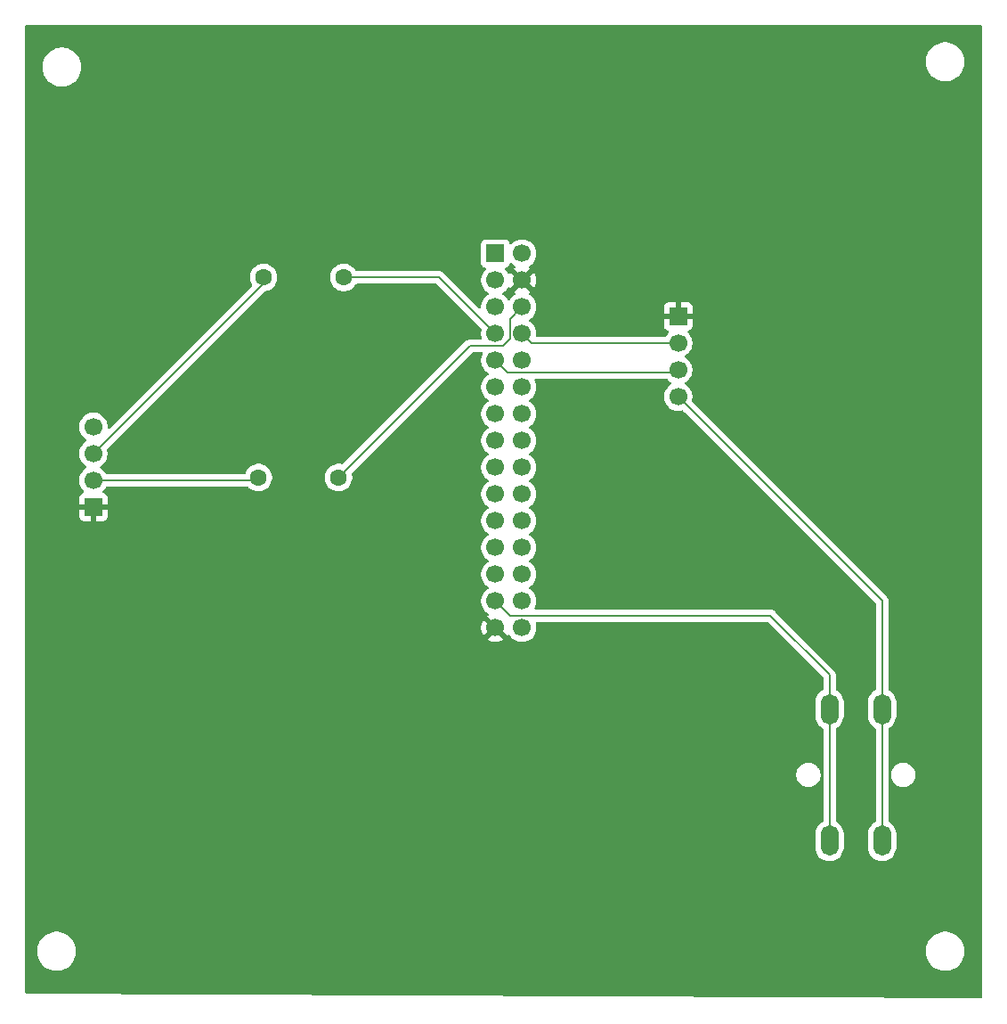
<source format=gtl>
G04 #@! TF.GenerationSoftware,KiCad,Pcbnew,9.0.2*
G04 #@! TF.CreationDate,2025-07-10T22:40:58-04:00*
G04 #@! TF.ProjectId,Temperature Sensor PCB,54656d70-6572-4617-9475-72652053656e,rev?*
G04 #@! TF.SameCoordinates,Original*
G04 #@! TF.FileFunction,Copper,L1,Top*
G04 #@! TF.FilePolarity,Positive*
%FSLAX46Y46*%
G04 Gerber Fmt 4.6, Leading zero omitted, Abs format (unit mm)*
G04 Created by KiCad (PCBNEW 9.0.2) date 2025-07-10 22:40:58*
%MOMM*%
%LPD*%
G01*
G04 APERTURE LIST*
G04 #@! TA.AperFunction,ComponentPad*
%ADD10R,1.700000X1.700000*%
G04 #@! TD*
G04 #@! TA.AperFunction,ComponentPad*
%ADD11C,1.700000*%
G04 #@! TD*
G04 #@! TA.AperFunction,ComponentPad*
%ADD12C,1.600000*%
G04 #@! TD*
G04 #@! TA.AperFunction,ComponentPad*
%ADD13O,1.700000X2.900000*%
G04 #@! TD*
G04 #@! TA.AperFunction,Conductor*
%ADD14C,0.200000*%
G04 #@! TD*
G04 APERTURE END LIST*
D10*
X97115000Y-95690000D03*
D11*
X97115000Y-98230000D03*
X97115000Y-100770000D03*
X97115000Y-103310000D03*
D10*
X79725000Y-89720000D03*
D11*
X82265000Y-89720000D03*
X79725000Y-92260000D03*
X82265000Y-92260000D03*
X79725000Y-94800000D03*
X82265000Y-94800000D03*
X79725000Y-97340000D03*
X82265000Y-97340000D03*
X79725000Y-99880000D03*
X82265000Y-99880000D03*
X79725000Y-102420000D03*
X82265000Y-102420000D03*
X79725000Y-104960000D03*
X82265000Y-104960000D03*
X79725000Y-107500000D03*
X82265000Y-107500000D03*
X79725000Y-110040000D03*
X82265000Y-110040000D03*
X79725000Y-112580000D03*
X82265000Y-112580000D03*
X79725000Y-115120000D03*
X82265000Y-115120000D03*
X79725000Y-117660000D03*
X82265000Y-117660000D03*
X79725000Y-120200000D03*
X82265000Y-120200000D03*
X79725000Y-122740000D03*
X82265000Y-122740000D03*
X79725000Y-125280000D03*
X82265000Y-125280000D03*
D12*
X57190000Y-111000000D03*
X64810000Y-111000000D03*
D10*
X41500000Y-113810000D03*
D11*
X41500000Y-111270000D03*
X41500000Y-108730000D03*
X41500000Y-106190000D03*
D13*
X111500000Y-145500000D03*
X111500000Y-133000000D03*
X116500000Y-145500000D03*
X116500000Y-133000000D03*
D12*
X57690000Y-92000000D03*
X65310000Y-92000000D03*
D14*
X82265000Y-97340000D02*
X83155000Y-98230000D01*
X83155000Y-98230000D02*
X97115000Y-98230000D01*
X77310000Y-98500000D02*
X80430760Y-98500000D01*
X81114000Y-97816760D02*
X81114000Y-95951000D01*
X81114000Y-95951000D02*
X82265000Y-94800000D01*
X80430760Y-98500000D02*
X81114000Y-97816760D01*
X64810000Y-111000000D02*
X77310000Y-98500000D01*
X68255000Y-113810000D02*
X79725000Y-125280000D01*
X85695000Y-95690000D02*
X97115000Y-95690000D01*
X41500000Y-113810000D02*
X68255000Y-113810000D01*
X82265000Y-92260000D02*
X85695000Y-95690000D01*
X80876000Y-101031000D02*
X96854000Y-101031000D01*
X79725000Y-99880000D02*
X80876000Y-101031000D01*
X96854000Y-101031000D02*
X97115000Y-100770000D01*
X65310000Y-92000000D02*
X74385000Y-92000000D01*
X74385000Y-92000000D02*
X79725000Y-97340000D01*
X79725000Y-122740000D02*
X81114000Y-124129000D01*
X111500000Y-129750000D02*
X111500000Y-133000000D01*
X111500000Y-133000000D02*
X111500000Y-145500000D01*
X81114000Y-124129000D02*
X105879000Y-124129000D01*
X105879000Y-124129000D02*
X111500000Y-129750000D01*
X41500000Y-111270000D02*
X56920000Y-111270000D01*
X56920000Y-111270000D02*
X57190000Y-111000000D01*
X57690000Y-92540000D02*
X57690000Y-92000000D01*
X41500000Y-108730000D02*
X57690000Y-92540000D01*
X116500000Y-133000000D02*
X116500000Y-145500000D01*
X97115000Y-103310000D02*
X116500000Y-122695000D01*
X116500000Y-122695000D02*
X116500000Y-133000000D01*
G04 #@! TA.AperFunction,Conductor*
G36*
X81799075Y-92452993D02*
G01*
X81864901Y-92567007D01*
X81957993Y-92660099D01*
X82072007Y-92725925D01*
X82135590Y-92742962D01*
X81503282Y-93375269D01*
X81503282Y-93375270D01*
X81557452Y-93414626D01*
X81557451Y-93414626D01*
X81566495Y-93419234D01*
X81617292Y-93467208D01*
X81634087Y-93535029D01*
X81611550Y-93601164D01*
X81566499Y-93640202D01*
X81557182Y-93644949D01*
X81385213Y-93769890D01*
X81234890Y-93920213D01*
X81109949Y-94092182D01*
X81105484Y-94100946D01*
X81057509Y-94151742D01*
X80989688Y-94168536D01*
X80923553Y-94145998D01*
X80884516Y-94100946D01*
X80880050Y-94092182D01*
X80755109Y-93920213D01*
X80604786Y-93769890D01*
X80432820Y-93644951D01*
X80432115Y-93644591D01*
X80424054Y-93640485D01*
X80373259Y-93592512D01*
X80356463Y-93524692D01*
X80378999Y-93458556D01*
X80424054Y-93419515D01*
X80432816Y-93415051D01*
X80547745Y-93331551D01*
X80604786Y-93290109D01*
X80604788Y-93290106D01*
X80604792Y-93290104D01*
X80755104Y-93139792D01*
X80755106Y-93139788D01*
X80755109Y-93139786D01*
X80840890Y-93021717D01*
X80880051Y-92967816D01*
X80884793Y-92958508D01*
X80932763Y-92907711D01*
X81000583Y-92890911D01*
X81066719Y-92913445D01*
X81105763Y-92958500D01*
X81110373Y-92967547D01*
X81149728Y-93021716D01*
X81782037Y-92389408D01*
X81799075Y-92452993D01*
G37*
G04 #@! TD.AperFunction*
G04 #@! TA.AperFunction,Conductor*
G36*
X81243418Y-90615417D02*
G01*
X81271673Y-90636569D01*
X81385213Y-90750109D01*
X81557179Y-90875048D01*
X81557181Y-90875049D01*
X81557184Y-90875051D01*
X81566493Y-90879794D01*
X81617290Y-90927766D01*
X81634087Y-90995587D01*
X81611552Y-91061722D01*
X81566505Y-91100760D01*
X81557446Y-91105376D01*
X81557440Y-91105380D01*
X81503282Y-91144727D01*
X81503282Y-91144728D01*
X82135591Y-91777037D01*
X82072007Y-91794075D01*
X81957993Y-91859901D01*
X81864901Y-91952993D01*
X81799075Y-92067007D01*
X81782037Y-92130591D01*
X81149728Y-91498282D01*
X81149727Y-91498282D01*
X81110380Y-91552440D01*
X81110376Y-91552446D01*
X81105760Y-91561505D01*
X81057781Y-91612297D01*
X80989959Y-91629087D01*
X80923826Y-91606543D01*
X80884794Y-91561493D01*
X80880051Y-91552184D01*
X80880049Y-91552181D01*
X80880048Y-91552179D01*
X80755109Y-91380213D01*
X80641569Y-91266673D01*
X80608084Y-91205350D01*
X80613068Y-91135658D01*
X80654940Y-91079725D01*
X80685915Y-91062810D01*
X80817331Y-91013796D01*
X80932546Y-90927546D01*
X81018796Y-90812331D01*
X81067810Y-90680916D01*
X81109681Y-90624984D01*
X81175145Y-90600566D01*
X81243418Y-90615417D01*
G37*
G04 #@! TD.AperFunction*
G04 #@! TA.AperFunction,Conductor*
G36*
X125942539Y-68020185D02*
G01*
X125988294Y-68072989D01*
X125999500Y-68124500D01*
X125999500Y-160375314D01*
X125979815Y-160442353D01*
X125927011Y-160488108D01*
X125874819Y-160499312D01*
X35123819Y-160000679D01*
X35056888Y-159980627D01*
X35011424Y-159927572D01*
X35000500Y-159876681D01*
X35000500Y-155878711D01*
X36149500Y-155878711D01*
X36149500Y-156121288D01*
X36181161Y-156361785D01*
X36243947Y-156596104D01*
X36336773Y-156820205D01*
X36336776Y-156820212D01*
X36458064Y-157030289D01*
X36458066Y-157030292D01*
X36458067Y-157030293D01*
X36605733Y-157222736D01*
X36605739Y-157222743D01*
X36777256Y-157394260D01*
X36777262Y-157394265D01*
X36969711Y-157541936D01*
X37179788Y-157663224D01*
X37403900Y-157756054D01*
X37638211Y-157818838D01*
X37818586Y-157842584D01*
X37878711Y-157850500D01*
X37878712Y-157850500D01*
X38121289Y-157850500D01*
X38169388Y-157844167D01*
X38361789Y-157818838D01*
X38596100Y-157756054D01*
X38820212Y-157663224D01*
X39030289Y-157541936D01*
X39222738Y-157394265D01*
X39394265Y-157222738D01*
X39541936Y-157030289D01*
X39663224Y-156820212D01*
X39756054Y-156596100D01*
X39818838Y-156361789D01*
X39850500Y-156121288D01*
X39850500Y-155878712D01*
X39850500Y-155878711D01*
X120649500Y-155878711D01*
X120649500Y-156121288D01*
X120681161Y-156361785D01*
X120743947Y-156596104D01*
X120836773Y-156820205D01*
X120836776Y-156820212D01*
X120958064Y-157030289D01*
X120958066Y-157030292D01*
X120958067Y-157030293D01*
X121105733Y-157222736D01*
X121105739Y-157222743D01*
X121277256Y-157394260D01*
X121277262Y-157394265D01*
X121469711Y-157541936D01*
X121679788Y-157663224D01*
X121903900Y-157756054D01*
X122138211Y-157818838D01*
X122318586Y-157842584D01*
X122378711Y-157850500D01*
X122378712Y-157850500D01*
X122621289Y-157850500D01*
X122669388Y-157844167D01*
X122861789Y-157818838D01*
X123096100Y-157756054D01*
X123320212Y-157663224D01*
X123530289Y-157541936D01*
X123722738Y-157394265D01*
X123894265Y-157222738D01*
X124041936Y-157030289D01*
X124163224Y-156820212D01*
X124256054Y-156596100D01*
X124318838Y-156361789D01*
X124350500Y-156121288D01*
X124350500Y-155878712D01*
X124318838Y-155638211D01*
X124256054Y-155403900D01*
X124163224Y-155179788D01*
X124041936Y-154969711D01*
X123894265Y-154777262D01*
X123894260Y-154777256D01*
X123722743Y-154605739D01*
X123722736Y-154605733D01*
X123530293Y-154458067D01*
X123530292Y-154458066D01*
X123530289Y-154458064D01*
X123320212Y-154336776D01*
X123320205Y-154336773D01*
X123096104Y-154243947D01*
X122861785Y-154181161D01*
X122621289Y-154149500D01*
X122621288Y-154149500D01*
X122378712Y-154149500D01*
X122378711Y-154149500D01*
X122138214Y-154181161D01*
X121903895Y-154243947D01*
X121679794Y-154336773D01*
X121679785Y-154336777D01*
X121469706Y-154458067D01*
X121277263Y-154605733D01*
X121277256Y-154605739D01*
X121105739Y-154777256D01*
X121105733Y-154777263D01*
X120958067Y-154969706D01*
X120836777Y-155179785D01*
X120836773Y-155179794D01*
X120743947Y-155403895D01*
X120681161Y-155638214D01*
X120649500Y-155878711D01*
X39850500Y-155878711D01*
X39818838Y-155638211D01*
X39756054Y-155403900D01*
X39663224Y-155179788D01*
X39541936Y-154969711D01*
X39394265Y-154777262D01*
X39394260Y-154777256D01*
X39222743Y-154605739D01*
X39222736Y-154605733D01*
X39030293Y-154458067D01*
X39030292Y-154458066D01*
X39030289Y-154458064D01*
X38820212Y-154336776D01*
X38820205Y-154336773D01*
X38596104Y-154243947D01*
X38361785Y-154181161D01*
X38121289Y-154149500D01*
X38121288Y-154149500D01*
X37878712Y-154149500D01*
X37878711Y-154149500D01*
X37638214Y-154181161D01*
X37403895Y-154243947D01*
X37179794Y-154336773D01*
X37179785Y-154336777D01*
X36969706Y-154458067D01*
X36777263Y-154605733D01*
X36777256Y-154605739D01*
X36605739Y-154777256D01*
X36605733Y-154777263D01*
X36458067Y-154969706D01*
X36336777Y-155179785D01*
X36336773Y-155179794D01*
X36243947Y-155403895D01*
X36181161Y-155638214D01*
X36149500Y-155878711D01*
X35000500Y-155878711D01*
X35000500Y-139159448D01*
X108349500Y-139159448D01*
X108349500Y-139340551D01*
X108377829Y-139519410D01*
X108433787Y-139691636D01*
X108433788Y-139691639D01*
X108516006Y-139852997D01*
X108622441Y-139999494D01*
X108622445Y-139999499D01*
X108750500Y-140127554D01*
X108750505Y-140127558D01*
X108878287Y-140220396D01*
X108897006Y-140233996D01*
X109002484Y-140287740D01*
X109058360Y-140316211D01*
X109058363Y-140316212D01*
X109144476Y-140344191D01*
X109230591Y-140372171D01*
X109313429Y-140385291D01*
X109409449Y-140400500D01*
X109409454Y-140400500D01*
X109590551Y-140400500D01*
X109677259Y-140386765D01*
X109769409Y-140372171D01*
X109941639Y-140316211D01*
X110102994Y-140233996D01*
X110249501Y-140127553D01*
X110377553Y-139999501D01*
X110483996Y-139852994D01*
X110566211Y-139691639D01*
X110622171Y-139519409D01*
X110636765Y-139427259D01*
X110650500Y-139340551D01*
X110650500Y-139159448D01*
X110634019Y-139055397D01*
X110622171Y-138980591D01*
X110566211Y-138808361D01*
X110566211Y-138808360D01*
X110537740Y-138752484D01*
X110483996Y-138647006D01*
X110470396Y-138628287D01*
X110377558Y-138500505D01*
X110377554Y-138500500D01*
X110249499Y-138372445D01*
X110249494Y-138372441D01*
X110102997Y-138266006D01*
X110102996Y-138266005D01*
X110102994Y-138266004D01*
X110051300Y-138239664D01*
X109941639Y-138183788D01*
X109941636Y-138183787D01*
X109769410Y-138127829D01*
X109590551Y-138099500D01*
X109590546Y-138099500D01*
X109409454Y-138099500D01*
X109409449Y-138099500D01*
X109230589Y-138127829D01*
X109058363Y-138183787D01*
X109058360Y-138183788D01*
X108897002Y-138266006D01*
X108750505Y-138372441D01*
X108750500Y-138372445D01*
X108622445Y-138500500D01*
X108622441Y-138500505D01*
X108516006Y-138647002D01*
X108433788Y-138808360D01*
X108433787Y-138808363D01*
X108377829Y-138980589D01*
X108349500Y-139159448D01*
X35000500Y-139159448D01*
X35000500Y-106083713D01*
X40149500Y-106083713D01*
X40149500Y-106296287D01*
X40182754Y-106506243D01*
X40219785Y-106620213D01*
X40248444Y-106708414D01*
X40344951Y-106897820D01*
X40469890Y-107069786D01*
X40620213Y-107220109D01*
X40792182Y-107345050D01*
X40800946Y-107349516D01*
X40851742Y-107397491D01*
X40868536Y-107465312D01*
X40845998Y-107531447D01*
X40800946Y-107570484D01*
X40792182Y-107574949D01*
X40620213Y-107699890D01*
X40469890Y-107850213D01*
X40344951Y-108022179D01*
X40248444Y-108211585D01*
X40182753Y-108413760D01*
X40149500Y-108623713D01*
X40149500Y-108836287D01*
X40182754Y-109046243D01*
X40219785Y-109160213D01*
X40248444Y-109248414D01*
X40344951Y-109437820D01*
X40469890Y-109609786D01*
X40620213Y-109760109D01*
X40792182Y-109885050D01*
X40800946Y-109889516D01*
X40851742Y-109937491D01*
X40868536Y-110005312D01*
X40845998Y-110071447D01*
X40800946Y-110110484D01*
X40792182Y-110114949D01*
X40620213Y-110239890D01*
X40469890Y-110390213D01*
X40344951Y-110562179D01*
X40248444Y-110751585D01*
X40182753Y-110953760D01*
X40159219Y-111102351D01*
X40149500Y-111163713D01*
X40149500Y-111376287D01*
X40182754Y-111586243D01*
X40219785Y-111700213D01*
X40248444Y-111788414D01*
X40344951Y-111977820D01*
X40469890Y-112149786D01*
X40583818Y-112263714D01*
X40617303Y-112325037D01*
X40612319Y-112394729D01*
X40570447Y-112450662D01*
X40539471Y-112467577D01*
X40407912Y-112516646D01*
X40407906Y-112516649D01*
X40292812Y-112602809D01*
X40292809Y-112602812D01*
X40206649Y-112717906D01*
X40206645Y-112717913D01*
X40156403Y-112852620D01*
X40156401Y-112852627D01*
X40150000Y-112912155D01*
X40150000Y-113560000D01*
X41066988Y-113560000D01*
X41034075Y-113617007D01*
X41000000Y-113744174D01*
X41000000Y-113875826D01*
X41034075Y-114002993D01*
X41066988Y-114060000D01*
X40150000Y-114060000D01*
X40150000Y-114707844D01*
X40156401Y-114767372D01*
X40156403Y-114767379D01*
X40206645Y-114902086D01*
X40206649Y-114902093D01*
X40292809Y-115017187D01*
X40292812Y-115017190D01*
X40407906Y-115103350D01*
X40407913Y-115103354D01*
X40542620Y-115153596D01*
X40542627Y-115153598D01*
X40602155Y-115159999D01*
X40602172Y-115160000D01*
X41250000Y-115160000D01*
X41250000Y-114243012D01*
X41307007Y-114275925D01*
X41434174Y-114310000D01*
X41565826Y-114310000D01*
X41692993Y-114275925D01*
X41750000Y-114243012D01*
X41750000Y-115160000D01*
X42397828Y-115160000D01*
X42397844Y-115159999D01*
X42457372Y-115153598D01*
X42457379Y-115153596D01*
X42592086Y-115103354D01*
X42592093Y-115103350D01*
X42707187Y-115017190D01*
X42707190Y-115017187D01*
X42793350Y-114902093D01*
X42793354Y-114902086D01*
X42843596Y-114767379D01*
X42843598Y-114767372D01*
X42849999Y-114707844D01*
X42850000Y-114707827D01*
X42850000Y-114060000D01*
X41933012Y-114060000D01*
X41965925Y-114002993D01*
X42000000Y-113875826D01*
X42000000Y-113744174D01*
X41965925Y-113617007D01*
X41933012Y-113560000D01*
X42850000Y-113560000D01*
X42850000Y-112912172D01*
X42849999Y-112912155D01*
X42843598Y-112852627D01*
X42843596Y-112852620D01*
X42793354Y-112717913D01*
X42793350Y-112717906D01*
X42707190Y-112602812D01*
X42707187Y-112602809D01*
X42592093Y-112516649D01*
X42592088Y-112516646D01*
X42460528Y-112467577D01*
X42404595Y-112425705D01*
X42380178Y-112360241D01*
X42395030Y-112291968D01*
X42416175Y-112263720D01*
X42530104Y-112149792D01*
X42655051Y-111977816D01*
X42655349Y-111977230D01*
X42675235Y-111938205D01*
X42723209Y-111887409D01*
X42785719Y-111870500D01*
X56169953Y-111870500D01*
X56236992Y-111890185D01*
X56257634Y-111906819D01*
X56342786Y-111991971D01*
X56438608Y-112061588D01*
X56508390Y-112112287D01*
X56581998Y-112149792D01*
X56690776Y-112205218D01*
X56690778Y-112205218D01*
X56690781Y-112205220D01*
X56795137Y-112239127D01*
X56885465Y-112268477D01*
X56986557Y-112284488D01*
X57087648Y-112300500D01*
X57087649Y-112300500D01*
X57292351Y-112300500D01*
X57292352Y-112300500D01*
X57494534Y-112268477D01*
X57689219Y-112205220D01*
X57871610Y-112112287D01*
X57964590Y-112044732D01*
X58037213Y-111991971D01*
X58037215Y-111991968D01*
X58037219Y-111991966D01*
X58181966Y-111847219D01*
X58181968Y-111847215D01*
X58181971Y-111847213D01*
X58288771Y-111700213D01*
X58302287Y-111681610D01*
X58395220Y-111499219D01*
X58458477Y-111304534D01*
X58490500Y-111102352D01*
X58490500Y-110897648D01*
X63509500Y-110897648D01*
X63509500Y-111102351D01*
X63541522Y-111304534D01*
X63604781Y-111499223D01*
X63697715Y-111681613D01*
X63818028Y-111847213D01*
X63962786Y-111991971D01*
X64058608Y-112061588D01*
X64128390Y-112112287D01*
X64201998Y-112149792D01*
X64310776Y-112205218D01*
X64310778Y-112205218D01*
X64310781Y-112205220D01*
X64415137Y-112239127D01*
X64505465Y-112268477D01*
X64606557Y-112284488D01*
X64707648Y-112300500D01*
X64707649Y-112300500D01*
X64912351Y-112300500D01*
X64912352Y-112300500D01*
X65114534Y-112268477D01*
X65309219Y-112205220D01*
X65491610Y-112112287D01*
X65584590Y-112044732D01*
X65657213Y-111991971D01*
X65657215Y-111991968D01*
X65657219Y-111991966D01*
X65801966Y-111847219D01*
X65801968Y-111847215D01*
X65801971Y-111847213D01*
X65908771Y-111700213D01*
X65922287Y-111681610D01*
X66015220Y-111499219D01*
X66078477Y-111304534D01*
X66110500Y-111102352D01*
X66110500Y-110897648D01*
X66078477Y-110695466D01*
X66073825Y-110681151D01*
X66071832Y-110611312D01*
X66104075Y-110555158D01*
X77522417Y-99136819D01*
X77583740Y-99103334D01*
X77610098Y-99100500D01*
X78404124Y-99100500D01*
X78471163Y-99120185D01*
X78516918Y-99172989D01*
X78526862Y-99242147D01*
X78514609Y-99280795D01*
X78473444Y-99361585D01*
X78407753Y-99563760D01*
X78379857Y-99739890D01*
X78374500Y-99773713D01*
X78374500Y-99986287D01*
X78407754Y-100196243D01*
X78456029Y-100344818D01*
X78473444Y-100398414D01*
X78569951Y-100587820D01*
X78694890Y-100759786D01*
X78845213Y-100910109D01*
X79017182Y-101035050D01*
X79025946Y-101039516D01*
X79076742Y-101087491D01*
X79093536Y-101155312D01*
X79070998Y-101221447D01*
X79025946Y-101260484D01*
X79017182Y-101264949D01*
X78845213Y-101389890D01*
X78694890Y-101540213D01*
X78569951Y-101712179D01*
X78473444Y-101901585D01*
X78407753Y-102103760D01*
X78374500Y-102313713D01*
X78374500Y-102526286D01*
X78407753Y-102736239D01*
X78473444Y-102938414D01*
X78569951Y-103127820D01*
X78694890Y-103299786D01*
X78845213Y-103450109D01*
X79017182Y-103575050D01*
X79025946Y-103579516D01*
X79076742Y-103627491D01*
X79093536Y-103695312D01*
X79070998Y-103761447D01*
X79025946Y-103800484D01*
X79017182Y-103804949D01*
X78845213Y-103929890D01*
X78694890Y-104080213D01*
X78569951Y-104252179D01*
X78473444Y-104441585D01*
X78407754Y-104643757D01*
X78374500Y-104853713D01*
X78374500Y-105066286D01*
X78407753Y-105276239D01*
X78473444Y-105478414D01*
X78569951Y-105667820D01*
X78694890Y-105839786D01*
X78845213Y-105990109D01*
X79017182Y-106115050D01*
X79025946Y-106119516D01*
X79076742Y-106167491D01*
X79093536Y-106235312D01*
X79070998Y-106301447D01*
X79025946Y-106340484D01*
X79017182Y-106344949D01*
X78845213Y-106469890D01*
X78694890Y-106620213D01*
X78569951Y-106792179D01*
X78473444Y-106981585D01*
X78407753Y-107183760D01*
X78374500Y-107393713D01*
X78374500Y-107606286D01*
X78407753Y-107816239D01*
X78473444Y-108018414D01*
X78569951Y-108207820D01*
X78694890Y-108379786D01*
X78845213Y-108530109D01*
X79017182Y-108655050D01*
X79025946Y-108659516D01*
X79076742Y-108707491D01*
X79093536Y-108775312D01*
X79070998Y-108841447D01*
X79025946Y-108880484D01*
X79017182Y-108884949D01*
X78845213Y-109009890D01*
X78694890Y-109160213D01*
X78569951Y-109332179D01*
X78473444Y-109521585D01*
X78407753Y-109723760D01*
X78374500Y-109933713D01*
X78374500Y-110146286D01*
X78401758Y-110318390D01*
X78407754Y-110356243D01*
X78454717Y-110500781D01*
X78473444Y-110558414D01*
X78569951Y-110747820D01*
X78694890Y-110919786D01*
X78845213Y-111070109D01*
X79017182Y-111195050D01*
X79025946Y-111199516D01*
X79076742Y-111247491D01*
X79093536Y-111315312D01*
X79070998Y-111381447D01*
X79025946Y-111420484D01*
X79017182Y-111424949D01*
X78845213Y-111549890D01*
X78694890Y-111700213D01*
X78569951Y-111872179D01*
X78473444Y-112061585D01*
X78407753Y-112263760D01*
X78374500Y-112473713D01*
X78374500Y-112686286D01*
X78407753Y-112896239D01*
X78473444Y-113098414D01*
X78569951Y-113287820D01*
X78694890Y-113459786D01*
X78845213Y-113610109D01*
X79017182Y-113735050D01*
X79025946Y-113739516D01*
X79076742Y-113787491D01*
X79093536Y-113855312D01*
X79070998Y-113921447D01*
X79025946Y-113960484D01*
X79017182Y-113964949D01*
X78845213Y-114089890D01*
X78694890Y-114240213D01*
X78569951Y-114412179D01*
X78473444Y-114601585D01*
X78407753Y-114803760D01*
X78374500Y-115013713D01*
X78374500Y-115226286D01*
X78407753Y-115436239D01*
X78473444Y-115638414D01*
X78569951Y-115827820D01*
X78694890Y-115999786D01*
X78845213Y-116150109D01*
X79017182Y-116275050D01*
X79025946Y-116279516D01*
X79076742Y-116327491D01*
X79093536Y-116395312D01*
X79070998Y-116461447D01*
X79025946Y-116500484D01*
X79017182Y-116504949D01*
X78845213Y-116629890D01*
X78694890Y-116780213D01*
X78569951Y-116952179D01*
X78473444Y-117141585D01*
X78407753Y-117343760D01*
X78374500Y-117553713D01*
X78374500Y-117766286D01*
X78407753Y-117976239D01*
X78473444Y-118178414D01*
X78569951Y-118367820D01*
X78694890Y-118539786D01*
X78845213Y-118690109D01*
X79017182Y-118815050D01*
X79025946Y-118819516D01*
X79076742Y-118867491D01*
X79093536Y-118935312D01*
X79070998Y-119001447D01*
X79025946Y-119040484D01*
X79017182Y-119044949D01*
X78845213Y-119169890D01*
X78694890Y-119320213D01*
X78569951Y-119492179D01*
X78473444Y-119681585D01*
X78407753Y-119883760D01*
X78374500Y-120093713D01*
X78374500Y-120306286D01*
X78407753Y-120516239D01*
X78473444Y-120718414D01*
X78569951Y-120907820D01*
X78694890Y-121079786D01*
X78845213Y-121230109D01*
X79017182Y-121355050D01*
X79025946Y-121359516D01*
X79076742Y-121407491D01*
X79093536Y-121475312D01*
X79070998Y-121541447D01*
X79025946Y-121580484D01*
X79017182Y-121584949D01*
X78845213Y-121709890D01*
X78694890Y-121860213D01*
X78569951Y-122032179D01*
X78473444Y-122221585D01*
X78407753Y-122423760D01*
X78374500Y-122633713D01*
X78374500Y-122846286D01*
X78407753Y-123056239D01*
X78473444Y-123258414D01*
X78569951Y-123447820D01*
X78694890Y-123619786D01*
X78845213Y-123770109D01*
X79017179Y-123895048D01*
X79017181Y-123895049D01*
X79017184Y-123895051D01*
X79026493Y-123899794D01*
X79077290Y-123947766D01*
X79094087Y-124015587D01*
X79071552Y-124081722D01*
X79026505Y-124120760D01*
X79017446Y-124125376D01*
X79017440Y-124125380D01*
X78963282Y-124164727D01*
X78963282Y-124164728D01*
X79595591Y-124797037D01*
X79532007Y-124814075D01*
X79417993Y-124879901D01*
X79324901Y-124972993D01*
X79259075Y-125087007D01*
X79242037Y-125150591D01*
X78609728Y-124518282D01*
X78609727Y-124518282D01*
X78570380Y-124572439D01*
X78473904Y-124761782D01*
X78408242Y-124963869D01*
X78408242Y-124963872D01*
X78375000Y-125173753D01*
X78375000Y-125386246D01*
X78408242Y-125596127D01*
X78408242Y-125596130D01*
X78473904Y-125798217D01*
X78570375Y-125987550D01*
X78609728Y-126041716D01*
X79242037Y-125409408D01*
X79259075Y-125472993D01*
X79324901Y-125587007D01*
X79417993Y-125680099D01*
X79532007Y-125745925D01*
X79595590Y-125762962D01*
X78963282Y-126395269D01*
X78963282Y-126395270D01*
X79017449Y-126434624D01*
X79206782Y-126531095D01*
X79408870Y-126596757D01*
X79618754Y-126630000D01*
X79831246Y-126630000D01*
X80041127Y-126596757D01*
X80041130Y-126596757D01*
X80243217Y-126531095D01*
X80432554Y-126434622D01*
X80486716Y-126395270D01*
X80486717Y-126395270D01*
X79854408Y-125762962D01*
X79917993Y-125745925D01*
X80032007Y-125680099D01*
X80125099Y-125587007D01*
X80190925Y-125472993D01*
X80207962Y-125409408D01*
X80840270Y-126041717D01*
X80840270Y-126041716D01*
X80879622Y-125987555D01*
X80884232Y-125978507D01*
X80932205Y-125927709D01*
X81000025Y-125910912D01*
X81066161Y-125933447D01*
X81105204Y-125978504D01*
X81109949Y-125987817D01*
X81234890Y-126159786D01*
X81385213Y-126310109D01*
X81557179Y-126435048D01*
X81557181Y-126435049D01*
X81557184Y-126435051D01*
X81746588Y-126531557D01*
X81948757Y-126597246D01*
X82158713Y-126630500D01*
X82158714Y-126630500D01*
X82371286Y-126630500D01*
X82371287Y-126630500D01*
X82581243Y-126597246D01*
X82783412Y-126531557D01*
X82972816Y-126435051D01*
X83027572Y-126395269D01*
X83144786Y-126310109D01*
X83144788Y-126310106D01*
X83144792Y-126310104D01*
X83295104Y-126159792D01*
X83295106Y-126159788D01*
X83295109Y-126159786D01*
X83420048Y-125987820D01*
X83420050Y-125987817D01*
X83420051Y-125987816D01*
X83516557Y-125798412D01*
X83582246Y-125596243D01*
X83615500Y-125386287D01*
X83615500Y-125173713D01*
X83582246Y-124963757D01*
X83558870Y-124891816D01*
X83556876Y-124821977D01*
X83592956Y-124762144D01*
X83655657Y-124731316D01*
X83676802Y-124729500D01*
X105578903Y-124729500D01*
X105645942Y-124749185D01*
X105666584Y-124765819D01*
X110863181Y-129962416D01*
X110896666Y-130023739D01*
X110899500Y-130050097D01*
X110899500Y-131114281D01*
X110879815Y-131181320D01*
X110831795Y-131224765D01*
X110792185Y-131244947D01*
X110792184Y-131244948D01*
X110620213Y-131369890D01*
X110469890Y-131520213D01*
X110344951Y-131692179D01*
X110248444Y-131881585D01*
X110182753Y-132083760D01*
X110149500Y-132293713D01*
X110149500Y-133706286D01*
X110182753Y-133916239D01*
X110248444Y-134118414D01*
X110344951Y-134307820D01*
X110469890Y-134479786D01*
X110620213Y-134630109D01*
X110792184Y-134755051D01*
X110792184Y-134755052D01*
X110831793Y-134775233D01*
X110882590Y-134823206D01*
X110899500Y-134885718D01*
X110899500Y-143614281D01*
X110879815Y-143681320D01*
X110831795Y-143724765D01*
X110792185Y-143744947D01*
X110792184Y-143744948D01*
X110620213Y-143869890D01*
X110469890Y-144020213D01*
X110344951Y-144192179D01*
X110248444Y-144381585D01*
X110182753Y-144583760D01*
X110149500Y-144793713D01*
X110149500Y-146206286D01*
X110182753Y-146416239D01*
X110248444Y-146618414D01*
X110344951Y-146807820D01*
X110469890Y-146979786D01*
X110620213Y-147130109D01*
X110792179Y-147255048D01*
X110792181Y-147255049D01*
X110792184Y-147255051D01*
X110981588Y-147351557D01*
X111183757Y-147417246D01*
X111393713Y-147450500D01*
X111393714Y-147450500D01*
X111606286Y-147450500D01*
X111606287Y-147450500D01*
X111816243Y-147417246D01*
X112018412Y-147351557D01*
X112207816Y-147255051D01*
X112229789Y-147239086D01*
X112379786Y-147130109D01*
X112379788Y-147130106D01*
X112379792Y-147130104D01*
X112530104Y-146979792D01*
X112530106Y-146979788D01*
X112530109Y-146979786D01*
X112655048Y-146807820D01*
X112655047Y-146807820D01*
X112655051Y-146807816D01*
X112751557Y-146618412D01*
X112817246Y-146416243D01*
X112850500Y-146206287D01*
X112850500Y-144793713D01*
X112817246Y-144583757D01*
X112751557Y-144381588D01*
X112655051Y-144192184D01*
X112655049Y-144192181D01*
X112655048Y-144192179D01*
X112530109Y-144020213D01*
X112379786Y-143869890D01*
X112207815Y-143744948D01*
X112207814Y-143744947D01*
X112168205Y-143724765D01*
X112117409Y-143676791D01*
X112100500Y-143614281D01*
X112100500Y-134885718D01*
X112120185Y-134818679D01*
X112168207Y-134775233D01*
X112207815Y-134755052D01*
X112207815Y-134755051D01*
X112207816Y-134755051D01*
X112299193Y-134688661D01*
X112379786Y-134630109D01*
X112379788Y-134630106D01*
X112379792Y-134630104D01*
X112530104Y-134479792D01*
X112530106Y-134479788D01*
X112530109Y-134479786D01*
X112655048Y-134307820D01*
X112655047Y-134307820D01*
X112655051Y-134307816D01*
X112751557Y-134118412D01*
X112817246Y-133916243D01*
X112850500Y-133706287D01*
X112850500Y-132293713D01*
X112817246Y-132083757D01*
X112751557Y-131881588D01*
X112655051Y-131692184D01*
X112655049Y-131692181D01*
X112655048Y-131692179D01*
X112530109Y-131520213D01*
X112379786Y-131369890D01*
X112207815Y-131244948D01*
X112207814Y-131244947D01*
X112168205Y-131224765D01*
X112117409Y-131176791D01*
X112100500Y-131114281D01*
X112100500Y-129670945D01*
X112100500Y-129670943D01*
X112059577Y-129518216D01*
X112059573Y-129518209D01*
X111980524Y-129381290D01*
X111980521Y-129381286D01*
X111980520Y-129381284D01*
X111868716Y-129269480D01*
X111868715Y-129269479D01*
X111864385Y-129265149D01*
X111864374Y-129265139D01*
X106366590Y-123767355D01*
X106366588Y-123767352D01*
X106247717Y-123648481D01*
X106247716Y-123648480D01*
X106160904Y-123598360D01*
X106160904Y-123598359D01*
X106160900Y-123598358D01*
X106110785Y-123569423D01*
X105958057Y-123528499D01*
X105799943Y-123528499D01*
X105792347Y-123528499D01*
X105792331Y-123528500D01*
X83581290Y-123528500D01*
X83514251Y-123508815D01*
X83468496Y-123456011D01*
X83458552Y-123386853D01*
X83470805Y-123348205D01*
X83516557Y-123258412D01*
X83582246Y-123056243D01*
X83615500Y-122846287D01*
X83615500Y-122633713D01*
X83582246Y-122423757D01*
X83516557Y-122221588D01*
X83420051Y-122032184D01*
X83420049Y-122032181D01*
X83420048Y-122032179D01*
X83295109Y-121860213D01*
X83144786Y-121709890D01*
X82972820Y-121584951D01*
X82972115Y-121584591D01*
X82964054Y-121580485D01*
X82913259Y-121532512D01*
X82896463Y-121464692D01*
X82918999Y-121398556D01*
X82964054Y-121359515D01*
X82972816Y-121355051D01*
X82994789Y-121339086D01*
X83144786Y-121230109D01*
X83144788Y-121230106D01*
X83144792Y-121230104D01*
X83295104Y-121079792D01*
X83295106Y-121079788D01*
X83295109Y-121079786D01*
X83420048Y-120907820D01*
X83420047Y-120907820D01*
X83420051Y-120907816D01*
X83516557Y-120718412D01*
X83582246Y-120516243D01*
X83615500Y-120306287D01*
X83615500Y-120093713D01*
X83582246Y-119883757D01*
X83516557Y-119681588D01*
X83420051Y-119492184D01*
X83420049Y-119492181D01*
X83420048Y-119492179D01*
X83295109Y-119320213D01*
X83144786Y-119169890D01*
X82972820Y-119044951D01*
X82972115Y-119044591D01*
X82964054Y-119040485D01*
X82913259Y-118992512D01*
X82896463Y-118924692D01*
X82918999Y-118858556D01*
X82964054Y-118819515D01*
X82972816Y-118815051D01*
X82994789Y-118799086D01*
X83144786Y-118690109D01*
X83144788Y-118690106D01*
X83144792Y-118690104D01*
X83295104Y-118539792D01*
X83295106Y-118539788D01*
X83295109Y-118539786D01*
X83420048Y-118367820D01*
X83420047Y-118367820D01*
X83420051Y-118367816D01*
X83516557Y-118178412D01*
X83582246Y-117976243D01*
X83615500Y-117766287D01*
X83615500Y-117553713D01*
X83582246Y-117343757D01*
X83516557Y-117141588D01*
X83420051Y-116952184D01*
X83420049Y-116952181D01*
X83420048Y-116952179D01*
X83295109Y-116780213D01*
X83144786Y-116629890D01*
X82972820Y-116504951D01*
X82972115Y-116504591D01*
X82964054Y-116500485D01*
X82913259Y-116452512D01*
X82896463Y-116384692D01*
X82918999Y-116318556D01*
X82964054Y-116279515D01*
X82972816Y-116275051D01*
X82994789Y-116259086D01*
X83144786Y-116150109D01*
X83144788Y-116150106D01*
X83144792Y-116150104D01*
X83295104Y-115999792D01*
X83295106Y-115999788D01*
X83295109Y-115999786D01*
X83420048Y-115827820D01*
X83420047Y-115827820D01*
X83420051Y-115827816D01*
X83516557Y-115638412D01*
X83582246Y-115436243D01*
X83615500Y-115226287D01*
X83615500Y-115013713D01*
X83582246Y-114803757D01*
X83516557Y-114601588D01*
X83420051Y-114412184D01*
X83420049Y-114412181D01*
X83420048Y-114412179D01*
X83295109Y-114240213D01*
X83144786Y-114089890D01*
X82972820Y-113964951D01*
X82972115Y-113964591D01*
X82964054Y-113960485D01*
X82913259Y-113912512D01*
X82896463Y-113844692D01*
X82918999Y-113778556D01*
X82964054Y-113739515D01*
X82972816Y-113735051D01*
X82994789Y-113719086D01*
X83144786Y-113610109D01*
X83144788Y-113610106D01*
X83144792Y-113610104D01*
X83295104Y-113459792D01*
X83295106Y-113459788D01*
X83295109Y-113459786D01*
X83420048Y-113287820D01*
X83420047Y-113287820D01*
X83420051Y-113287816D01*
X83516557Y-113098412D01*
X83582246Y-112896243D01*
X83615500Y-112686287D01*
X83615500Y-112473713D01*
X83582246Y-112263757D01*
X83516557Y-112061588D01*
X83420051Y-111872184D01*
X83420049Y-111872181D01*
X83420048Y-111872179D01*
X83295109Y-111700213D01*
X83144786Y-111549890D01*
X82972820Y-111424951D01*
X82972115Y-111424591D01*
X82964054Y-111420485D01*
X82913259Y-111372512D01*
X82896463Y-111304692D01*
X82918999Y-111238556D01*
X82964054Y-111199515D01*
X82972816Y-111195051D01*
X83015949Y-111163713D01*
X83144786Y-111070109D01*
X83144788Y-111070106D01*
X83144792Y-111070104D01*
X83295104Y-110919792D01*
X83295106Y-110919788D01*
X83295109Y-110919786D01*
X83404086Y-110769789D01*
X83420051Y-110747816D01*
X83516557Y-110558412D01*
X83582246Y-110356243D01*
X83615500Y-110146287D01*
X83615500Y-109933713D01*
X83582246Y-109723757D01*
X83516557Y-109521588D01*
X83420051Y-109332184D01*
X83420049Y-109332181D01*
X83420048Y-109332179D01*
X83295109Y-109160213D01*
X83144786Y-109009890D01*
X82972820Y-108884951D01*
X82972115Y-108884591D01*
X82964054Y-108880485D01*
X82913259Y-108832512D01*
X82896463Y-108764692D01*
X82918999Y-108698556D01*
X82964054Y-108659515D01*
X82972816Y-108655051D01*
X83015949Y-108623713D01*
X83144786Y-108530109D01*
X83144788Y-108530106D01*
X83144792Y-108530104D01*
X83295104Y-108379792D01*
X83295106Y-108379788D01*
X83295109Y-108379786D01*
X83404086Y-108229789D01*
X83420051Y-108207816D01*
X83516557Y-108018412D01*
X83582246Y-107816243D01*
X83615500Y-107606287D01*
X83615500Y-107393713D01*
X83582246Y-107183757D01*
X83516557Y-106981588D01*
X83420051Y-106792184D01*
X83420049Y-106792181D01*
X83420048Y-106792179D01*
X83295109Y-106620213D01*
X83144786Y-106469890D01*
X82972820Y-106344951D01*
X82972115Y-106344591D01*
X82964054Y-106340485D01*
X82913259Y-106292512D01*
X82896463Y-106224692D01*
X82918999Y-106158556D01*
X82964054Y-106119515D01*
X82972816Y-106115051D01*
X83015949Y-106083713D01*
X83144786Y-105990109D01*
X83144788Y-105990106D01*
X83144792Y-105990104D01*
X83295104Y-105839792D01*
X83295106Y-105839788D01*
X83295109Y-105839786D01*
X83404086Y-105689789D01*
X83420051Y-105667816D01*
X83516557Y-105478412D01*
X83582246Y-105276243D01*
X83615500Y-105066287D01*
X83615500Y-104853713D01*
X83582246Y-104643757D01*
X83516557Y-104441588D01*
X83420051Y-104252184D01*
X83420049Y-104252181D01*
X83420048Y-104252179D01*
X83295109Y-104080213D01*
X83144786Y-103929890D01*
X82972820Y-103804951D01*
X82972115Y-103804591D01*
X82964054Y-103800485D01*
X82913259Y-103752512D01*
X82896463Y-103684692D01*
X82918999Y-103618556D01*
X82964054Y-103579515D01*
X82972816Y-103575051D01*
X82994789Y-103559086D01*
X83144786Y-103450109D01*
X83144788Y-103450106D01*
X83144792Y-103450104D01*
X83295104Y-103299792D01*
X83295106Y-103299788D01*
X83295109Y-103299786D01*
X83420048Y-103127820D01*
X83420047Y-103127820D01*
X83420051Y-103127816D01*
X83516557Y-102938412D01*
X83582246Y-102736243D01*
X83615500Y-102526287D01*
X83615500Y-102313713D01*
X83582246Y-102103757D01*
X83516557Y-101901588D01*
X83470804Y-101811794D01*
X83457909Y-101743126D01*
X83484185Y-101678385D01*
X83541291Y-101638128D01*
X83581290Y-101631500D01*
X96015242Y-101631500D01*
X96082281Y-101651185D01*
X96102923Y-101667819D01*
X96235213Y-101800109D01*
X96407182Y-101925050D01*
X96415946Y-101929516D01*
X96466742Y-101977491D01*
X96483536Y-102045312D01*
X96460998Y-102111447D01*
X96415946Y-102150484D01*
X96407182Y-102154949D01*
X96235213Y-102279890D01*
X96084890Y-102430213D01*
X95959951Y-102602179D01*
X95863444Y-102791585D01*
X95797753Y-102993760D01*
X95764500Y-103203713D01*
X95764500Y-103416286D01*
X95797753Y-103626239D01*
X95797753Y-103626241D01*
X95797754Y-103626243D01*
X95855819Y-103804949D01*
X95863444Y-103828414D01*
X95959951Y-104017820D01*
X96084890Y-104189786D01*
X96235213Y-104340109D01*
X96407179Y-104465048D01*
X96407181Y-104465049D01*
X96407184Y-104465051D01*
X96596588Y-104561557D01*
X96798757Y-104627246D01*
X97008713Y-104660500D01*
X97008714Y-104660500D01*
X97221286Y-104660500D01*
X97221287Y-104660500D01*
X97431243Y-104627246D01*
X97473523Y-104613507D01*
X97543362Y-104611511D01*
X97599522Y-104643757D01*
X115863181Y-122907416D01*
X115896666Y-122968739D01*
X115899500Y-122995097D01*
X115899500Y-131114281D01*
X115879815Y-131181320D01*
X115831795Y-131224765D01*
X115792185Y-131244947D01*
X115792184Y-131244948D01*
X115620213Y-131369890D01*
X115469890Y-131520213D01*
X115344951Y-131692179D01*
X115248444Y-131881585D01*
X115182753Y-132083760D01*
X115149500Y-132293713D01*
X115149500Y-133706286D01*
X115182753Y-133916239D01*
X115248444Y-134118414D01*
X115344951Y-134307820D01*
X115469890Y-134479786D01*
X115620213Y-134630109D01*
X115792184Y-134755051D01*
X115792184Y-134755052D01*
X115831793Y-134775233D01*
X115882590Y-134823206D01*
X115899500Y-134885718D01*
X115899500Y-143614281D01*
X115879815Y-143681320D01*
X115831795Y-143724765D01*
X115792185Y-143744947D01*
X115792184Y-143744948D01*
X115620213Y-143869890D01*
X115469890Y-144020213D01*
X115344951Y-144192179D01*
X115248444Y-144381585D01*
X115182753Y-144583760D01*
X115149500Y-144793713D01*
X115149500Y-146206286D01*
X115182753Y-146416239D01*
X115248444Y-146618414D01*
X115344951Y-146807820D01*
X115469890Y-146979786D01*
X115620213Y-147130109D01*
X115792179Y-147255048D01*
X115792181Y-147255049D01*
X115792184Y-147255051D01*
X115981588Y-147351557D01*
X116183757Y-147417246D01*
X116393713Y-147450500D01*
X116393714Y-147450500D01*
X116606286Y-147450500D01*
X116606287Y-147450500D01*
X116816243Y-147417246D01*
X117018412Y-147351557D01*
X117207816Y-147255051D01*
X117229789Y-147239086D01*
X117379786Y-147130109D01*
X117379788Y-147130106D01*
X117379792Y-147130104D01*
X117530104Y-146979792D01*
X117530106Y-146979788D01*
X117530109Y-146979786D01*
X117655048Y-146807820D01*
X117655047Y-146807820D01*
X117655051Y-146807816D01*
X117751557Y-146618412D01*
X117817246Y-146416243D01*
X117850500Y-146206287D01*
X117850500Y-144793713D01*
X117817246Y-144583757D01*
X117751557Y-144381588D01*
X117655051Y-144192184D01*
X117655049Y-144192181D01*
X117655048Y-144192179D01*
X117530109Y-144020213D01*
X117379786Y-143869890D01*
X117207815Y-143744948D01*
X117207814Y-143744947D01*
X117168205Y-143724765D01*
X117117409Y-143676791D01*
X117100500Y-143614281D01*
X117100500Y-139159448D01*
X117349500Y-139159448D01*
X117349500Y-139340551D01*
X117377829Y-139519410D01*
X117433787Y-139691636D01*
X117433788Y-139691639D01*
X117516006Y-139852997D01*
X117622441Y-139999494D01*
X117622445Y-139999499D01*
X117750500Y-140127554D01*
X117750505Y-140127558D01*
X117878287Y-140220396D01*
X117897006Y-140233996D01*
X118002484Y-140287740D01*
X118058360Y-140316211D01*
X118058363Y-140316212D01*
X118144476Y-140344191D01*
X118230591Y-140372171D01*
X118313429Y-140385291D01*
X118409449Y-140400500D01*
X118409454Y-140400500D01*
X118590551Y-140400500D01*
X118677259Y-140386765D01*
X118769409Y-140372171D01*
X118941639Y-140316211D01*
X119102994Y-140233996D01*
X119249501Y-140127553D01*
X119377553Y-139999501D01*
X119483996Y-139852994D01*
X119566211Y-139691639D01*
X119622171Y-139519409D01*
X119636765Y-139427259D01*
X119650500Y-139340551D01*
X119650500Y-139159448D01*
X119634019Y-139055397D01*
X119622171Y-138980591D01*
X119566211Y-138808361D01*
X119566211Y-138808360D01*
X119537740Y-138752484D01*
X119483996Y-138647006D01*
X119470396Y-138628287D01*
X119377558Y-138500505D01*
X119377554Y-138500500D01*
X119249499Y-138372445D01*
X119249494Y-138372441D01*
X119102997Y-138266006D01*
X119102996Y-138266005D01*
X119102994Y-138266004D01*
X119051300Y-138239664D01*
X118941639Y-138183788D01*
X118941636Y-138183787D01*
X118769410Y-138127829D01*
X118590551Y-138099500D01*
X118590546Y-138099500D01*
X118409454Y-138099500D01*
X118409449Y-138099500D01*
X118230589Y-138127829D01*
X118058363Y-138183787D01*
X118058360Y-138183788D01*
X117897002Y-138266006D01*
X117750505Y-138372441D01*
X117750500Y-138372445D01*
X117622445Y-138500500D01*
X117622441Y-138500505D01*
X117516006Y-138647002D01*
X117433788Y-138808360D01*
X117433787Y-138808363D01*
X117377829Y-138980589D01*
X117349500Y-139159448D01*
X117100500Y-139159448D01*
X117100500Y-134885718D01*
X117120185Y-134818679D01*
X117168207Y-134775233D01*
X117207815Y-134755052D01*
X117207815Y-134755051D01*
X117207816Y-134755051D01*
X117299193Y-134688661D01*
X117379786Y-134630109D01*
X117379788Y-134630106D01*
X117379792Y-134630104D01*
X117530104Y-134479792D01*
X117530106Y-134479788D01*
X117530109Y-134479786D01*
X117655048Y-134307820D01*
X117655047Y-134307820D01*
X117655051Y-134307816D01*
X117751557Y-134118412D01*
X117817246Y-133916243D01*
X117850500Y-133706287D01*
X117850500Y-132293713D01*
X117817246Y-132083757D01*
X117751557Y-131881588D01*
X117655051Y-131692184D01*
X117655049Y-131692181D01*
X117655048Y-131692179D01*
X117530109Y-131520213D01*
X117379786Y-131369890D01*
X117207815Y-131244948D01*
X117207814Y-131244947D01*
X117168205Y-131224765D01*
X117117409Y-131176791D01*
X117100500Y-131114281D01*
X117100500Y-122784059D01*
X117100501Y-122784046D01*
X117100501Y-122615945D01*
X117100501Y-122615943D01*
X117059577Y-122463215D01*
X117030639Y-122413095D01*
X116980520Y-122326284D01*
X116868716Y-122214480D01*
X116868715Y-122214479D01*
X116864385Y-122210149D01*
X116864374Y-122210139D01*
X98448757Y-103794522D01*
X98415272Y-103733199D01*
X98418507Y-103668523D01*
X98432246Y-103626243D01*
X98465500Y-103416287D01*
X98465500Y-103203713D01*
X98432246Y-102993757D01*
X98366557Y-102791588D01*
X98270051Y-102602184D01*
X98270049Y-102602181D01*
X98270048Y-102602179D01*
X98145109Y-102430213D01*
X97994786Y-102279890D01*
X97822820Y-102154951D01*
X97822115Y-102154591D01*
X97814054Y-102150485D01*
X97763259Y-102102512D01*
X97746463Y-102034692D01*
X97768999Y-101968556D01*
X97814054Y-101929515D01*
X97822816Y-101925051D01*
X97978701Y-101811795D01*
X97994786Y-101800109D01*
X97994788Y-101800106D01*
X97994792Y-101800104D01*
X98145104Y-101649792D01*
X98145106Y-101649788D01*
X98145109Y-101649786D01*
X98270048Y-101477820D01*
X98270047Y-101477820D01*
X98270051Y-101477816D01*
X98366557Y-101288412D01*
X98432246Y-101086243D01*
X98465500Y-100876287D01*
X98465500Y-100663713D01*
X98432246Y-100453757D01*
X98366557Y-100251588D01*
X98270051Y-100062184D01*
X98270049Y-100062181D01*
X98270048Y-100062179D01*
X98145109Y-99890213D01*
X97994786Y-99739890D01*
X97822820Y-99614951D01*
X97822115Y-99614591D01*
X97814054Y-99610485D01*
X97763259Y-99562512D01*
X97746463Y-99494692D01*
X97768999Y-99428556D01*
X97814054Y-99389515D01*
X97822816Y-99385051D01*
X97855114Y-99361585D01*
X97994786Y-99260109D01*
X97994788Y-99260106D01*
X97994792Y-99260104D01*
X98145104Y-99109792D01*
X98145106Y-99109788D01*
X98145109Y-99109786D01*
X98270048Y-98937820D01*
X98270047Y-98937820D01*
X98270051Y-98937816D01*
X98366557Y-98748412D01*
X98432246Y-98546243D01*
X98465500Y-98336287D01*
X98465500Y-98123713D01*
X98432246Y-97913757D01*
X98366557Y-97711588D01*
X98270051Y-97522184D01*
X98270049Y-97522181D01*
X98270048Y-97522179D01*
X98145109Y-97350213D01*
X98031181Y-97236285D01*
X97997696Y-97174962D01*
X98002680Y-97105270D01*
X98044552Y-97049337D01*
X98075529Y-97032422D01*
X98207086Y-96983354D01*
X98207093Y-96983350D01*
X98322187Y-96897190D01*
X98322190Y-96897187D01*
X98408350Y-96782093D01*
X98408354Y-96782086D01*
X98458596Y-96647379D01*
X98458598Y-96647372D01*
X98464999Y-96587844D01*
X98465000Y-96587827D01*
X98465000Y-95940000D01*
X97548012Y-95940000D01*
X97580925Y-95882993D01*
X97615000Y-95755826D01*
X97615000Y-95624174D01*
X97580925Y-95497007D01*
X97548012Y-95440000D01*
X98465000Y-95440000D01*
X98465000Y-94792172D01*
X98464999Y-94792155D01*
X98458598Y-94732627D01*
X98458596Y-94732620D01*
X98408354Y-94597913D01*
X98408350Y-94597906D01*
X98322190Y-94482812D01*
X98322187Y-94482809D01*
X98207093Y-94396649D01*
X98207086Y-94396645D01*
X98072379Y-94346403D01*
X98072372Y-94346401D01*
X98012844Y-94340000D01*
X97365000Y-94340000D01*
X97365000Y-95256988D01*
X97307993Y-95224075D01*
X97180826Y-95190000D01*
X97049174Y-95190000D01*
X96922007Y-95224075D01*
X96865000Y-95256988D01*
X96865000Y-94340000D01*
X96217155Y-94340000D01*
X96157627Y-94346401D01*
X96157620Y-94346403D01*
X96022913Y-94396645D01*
X96022906Y-94396649D01*
X95907812Y-94482809D01*
X95907809Y-94482812D01*
X95821649Y-94597906D01*
X95821645Y-94597913D01*
X95771403Y-94732620D01*
X95771401Y-94732627D01*
X95765000Y-94792155D01*
X95765000Y-95440000D01*
X96681988Y-95440000D01*
X96649075Y-95497007D01*
X96615000Y-95624174D01*
X96615000Y-95755826D01*
X96649075Y-95882993D01*
X96681988Y-95940000D01*
X95765000Y-95940000D01*
X95765000Y-96587844D01*
X95771401Y-96647372D01*
X95771403Y-96647379D01*
X95821645Y-96782086D01*
X95821649Y-96782093D01*
X95907809Y-96897187D01*
X95907812Y-96897190D01*
X96022906Y-96983350D01*
X96022913Y-96983354D01*
X96154470Y-97032422D01*
X96210404Y-97074293D01*
X96234821Y-97139758D01*
X96219969Y-97208031D01*
X96198819Y-97236285D01*
X96084889Y-97350215D01*
X95959948Y-97522184D01*
X95959947Y-97522185D01*
X95939765Y-97561795D01*
X95891791Y-97612591D01*
X95829281Y-97629500D01*
X83731668Y-97629500D01*
X83664629Y-97609815D01*
X83618874Y-97557011D01*
X83608930Y-97487853D01*
X83609195Y-97486103D01*
X83615500Y-97446293D01*
X83615500Y-97233713D01*
X83590250Y-97074293D01*
X83582246Y-97023757D01*
X83516557Y-96821588D01*
X83420051Y-96632184D01*
X83420049Y-96632181D01*
X83420048Y-96632179D01*
X83295109Y-96460213D01*
X83144786Y-96309890D01*
X82972820Y-96184951D01*
X82972115Y-96184591D01*
X82964054Y-96180485D01*
X82913259Y-96132512D01*
X82896463Y-96064692D01*
X82918999Y-95998556D01*
X82964054Y-95959515D01*
X82972816Y-95955051D01*
X83071996Y-95882993D01*
X83144786Y-95830109D01*
X83144788Y-95830106D01*
X83144792Y-95830104D01*
X83295104Y-95679792D01*
X83295106Y-95679788D01*
X83295109Y-95679786D01*
X83420048Y-95507820D01*
X83420047Y-95507820D01*
X83420051Y-95507816D01*
X83516557Y-95318412D01*
X83582246Y-95116243D01*
X83615500Y-94906287D01*
X83615500Y-94693713D01*
X83582246Y-94483757D01*
X83516557Y-94281588D01*
X83420051Y-94092184D01*
X83420049Y-94092181D01*
X83420048Y-94092179D01*
X83295109Y-93920213D01*
X83144786Y-93769890D01*
X82972817Y-93644949D01*
X82963504Y-93640204D01*
X82912707Y-93592230D01*
X82895912Y-93524409D01*
X82918449Y-93458274D01*
X82963507Y-93419232D01*
X82972555Y-93414622D01*
X83026716Y-93375270D01*
X83026717Y-93375270D01*
X82394408Y-92742962D01*
X82457993Y-92725925D01*
X82572007Y-92660099D01*
X82665099Y-92567007D01*
X82730925Y-92452993D01*
X82747962Y-92389408D01*
X83380270Y-93021717D01*
X83380270Y-93021716D01*
X83419622Y-92967554D01*
X83516095Y-92778217D01*
X83581757Y-92576130D01*
X83581757Y-92576127D01*
X83615000Y-92366246D01*
X83615000Y-92153753D01*
X83581757Y-91943872D01*
X83581757Y-91943869D01*
X83516095Y-91741782D01*
X83419624Y-91552449D01*
X83380270Y-91498282D01*
X83380269Y-91498282D01*
X82747962Y-92130590D01*
X82730925Y-92067007D01*
X82665099Y-91952993D01*
X82572007Y-91859901D01*
X82457993Y-91794075D01*
X82394409Y-91777037D01*
X83026716Y-91144728D01*
X82972547Y-91105373D01*
X82972547Y-91105372D01*
X82963500Y-91100763D01*
X82912706Y-91052788D01*
X82895912Y-90984966D01*
X82918451Y-90918832D01*
X82963508Y-90879793D01*
X82972816Y-90875051D01*
X83083299Y-90794781D01*
X83144786Y-90750109D01*
X83144788Y-90750106D01*
X83144792Y-90750104D01*
X83295104Y-90599792D01*
X83295106Y-90599788D01*
X83295109Y-90599786D01*
X83420048Y-90427820D01*
X83420047Y-90427820D01*
X83420051Y-90427816D01*
X83516557Y-90238412D01*
X83582246Y-90036243D01*
X83615500Y-89826287D01*
X83615500Y-89613713D01*
X83582246Y-89403757D01*
X83516557Y-89201588D01*
X83420051Y-89012184D01*
X83420049Y-89012181D01*
X83420048Y-89012179D01*
X83295109Y-88840213D01*
X83144786Y-88689890D01*
X82972820Y-88564951D01*
X82783414Y-88468444D01*
X82783413Y-88468443D01*
X82783412Y-88468443D01*
X82581243Y-88402754D01*
X82581241Y-88402753D01*
X82581240Y-88402753D01*
X82419957Y-88377208D01*
X82371287Y-88369500D01*
X82158713Y-88369500D01*
X82110042Y-88377208D01*
X81948760Y-88402753D01*
X81746585Y-88468444D01*
X81557179Y-88564951D01*
X81385215Y-88689889D01*
X81271673Y-88803431D01*
X81210350Y-88836915D01*
X81140658Y-88831931D01*
X81084725Y-88790059D01*
X81067810Y-88759082D01*
X81018797Y-88627671D01*
X81018793Y-88627664D01*
X80932547Y-88512455D01*
X80932544Y-88512452D01*
X80817335Y-88426206D01*
X80817328Y-88426202D01*
X80682482Y-88375908D01*
X80682483Y-88375908D01*
X80622883Y-88369501D01*
X80622881Y-88369500D01*
X80622873Y-88369500D01*
X80622864Y-88369500D01*
X78827129Y-88369500D01*
X78827123Y-88369501D01*
X78767516Y-88375908D01*
X78632671Y-88426202D01*
X78632664Y-88426206D01*
X78517455Y-88512452D01*
X78517452Y-88512455D01*
X78431206Y-88627664D01*
X78431202Y-88627671D01*
X78380908Y-88762517D01*
X78374501Y-88822116D01*
X78374500Y-88822135D01*
X78374500Y-90617870D01*
X78374501Y-90617876D01*
X78380908Y-90677483D01*
X78431202Y-90812328D01*
X78431206Y-90812335D01*
X78517452Y-90927544D01*
X78517455Y-90927547D01*
X78632664Y-91013793D01*
X78632671Y-91013797D01*
X78764082Y-91062810D01*
X78820016Y-91104681D01*
X78844433Y-91170145D01*
X78829582Y-91238418D01*
X78808431Y-91266673D01*
X78694889Y-91380215D01*
X78569951Y-91552179D01*
X78473444Y-91741585D01*
X78407753Y-91943760D01*
X78374500Y-92153713D01*
X78374500Y-92366286D01*
X78407735Y-92576127D01*
X78407754Y-92576243D01*
X78442047Y-92681787D01*
X78473444Y-92778414D01*
X78569951Y-92967820D01*
X78694890Y-93139786D01*
X78845213Y-93290109D01*
X79017182Y-93415050D01*
X79025946Y-93419516D01*
X79076742Y-93467491D01*
X79093536Y-93535312D01*
X79070998Y-93601447D01*
X79025946Y-93640484D01*
X79017182Y-93644949D01*
X78845213Y-93769890D01*
X78694890Y-93920213D01*
X78569951Y-94092179D01*
X78473444Y-94281585D01*
X78407753Y-94483760D01*
X78374500Y-94693713D01*
X78374500Y-94840903D01*
X78354815Y-94907942D01*
X78302011Y-94953697D01*
X78232853Y-94963641D01*
X78169297Y-94934616D01*
X78162819Y-94928584D01*
X74872590Y-91638355D01*
X74872588Y-91638352D01*
X74753717Y-91519481D01*
X74753716Y-91519480D01*
X74666904Y-91469360D01*
X74666904Y-91469359D01*
X74666900Y-91469358D01*
X74616785Y-91440423D01*
X74464057Y-91399499D01*
X74305943Y-91399499D01*
X74298347Y-91399499D01*
X74298331Y-91399500D01*
X66539602Y-91399500D01*
X66472563Y-91379815D01*
X66429117Y-91331795D01*
X66422284Y-91318385D01*
X66301971Y-91152786D01*
X66157213Y-91008028D01*
X65991613Y-90887715D01*
X65991612Y-90887714D01*
X65991610Y-90887713D01*
X65934653Y-90858691D01*
X65809223Y-90794781D01*
X65614534Y-90731522D01*
X65439995Y-90703878D01*
X65412352Y-90699500D01*
X65207648Y-90699500D01*
X65183329Y-90703351D01*
X65005465Y-90731522D01*
X64810776Y-90794781D01*
X64628386Y-90887715D01*
X64462786Y-91008028D01*
X64318028Y-91152786D01*
X64197715Y-91318386D01*
X64104781Y-91500776D01*
X64041522Y-91695465D01*
X64009500Y-91897648D01*
X64009500Y-92102351D01*
X64041522Y-92304534D01*
X64104781Y-92499223D01*
X64197715Y-92681613D01*
X64318028Y-92847213D01*
X64462786Y-92991971D01*
X64617749Y-93104556D01*
X64628390Y-93112287D01*
X64744607Y-93171503D01*
X64810776Y-93205218D01*
X64810778Y-93205218D01*
X64810781Y-93205220D01*
X64915137Y-93239127D01*
X65005465Y-93268477D01*
X65106557Y-93284488D01*
X65207648Y-93300500D01*
X65207649Y-93300500D01*
X65412351Y-93300500D01*
X65412352Y-93300500D01*
X65614534Y-93268477D01*
X65809219Y-93205220D01*
X65991610Y-93112287D01*
X66116270Y-93021717D01*
X66157213Y-92991971D01*
X66157215Y-92991968D01*
X66157219Y-92991966D01*
X66301966Y-92847219D01*
X66301968Y-92847215D01*
X66301971Y-92847213D01*
X66422284Y-92681614D01*
X66422285Y-92681613D01*
X66422287Y-92681610D01*
X66429117Y-92668204D01*
X66477091Y-92617409D01*
X66539602Y-92600500D01*
X74084903Y-92600500D01*
X74151942Y-92620185D01*
X74172584Y-92636819D01*
X78391241Y-96855476D01*
X78424726Y-96916799D01*
X78421492Y-96981473D01*
X78407753Y-97023757D01*
X78374500Y-97233713D01*
X78374500Y-97446286D01*
X78407753Y-97656240D01*
X78434053Y-97737182D01*
X78436048Y-97807023D01*
X78399968Y-97866856D01*
X78337267Y-97897684D01*
X78316122Y-97899500D01*
X77396670Y-97899500D01*
X77396654Y-97899499D01*
X77389058Y-97899499D01*
X77230943Y-97899499D01*
X77154579Y-97919961D01*
X77078214Y-97940423D01*
X77078209Y-97940426D01*
X76941290Y-98019475D01*
X76941282Y-98019481D01*
X65254842Y-109705921D01*
X65193519Y-109739406D01*
X65128848Y-109736173D01*
X65114534Y-109731522D01*
X64939995Y-109703878D01*
X64912352Y-109699500D01*
X64707648Y-109699500D01*
X64683329Y-109703351D01*
X64505465Y-109731522D01*
X64310776Y-109794781D01*
X64128386Y-109887715D01*
X63962786Y-110008028D01*
X63818028Y-110152786D01*
X63697715Y-110318386D01*
X63604781Y-110500776D01*
X63541522Y-110695465D01*
X63509500Y-110897648D01*
X58490500Y-110897648D01*
X58458477Y-110695466D01*
X58458000Y-110693999D01*
X58413945Y-110558412D01*
X58395220Y-110500781D01*
X58395218Y-110500778D01*
X58395218Y-110500776D01*
X58361503Y-110434607D01*
X58302287Y-110318390D01*
X58294556Y-110307749D01*
X58181971Y-110152786D01*
X58037213Y-110008028D01*
X57871613Y-109887715D01*
X57871612Y-109887714D01*
X57871610Y-109887713D01*
X57814653Y-109858691D01*
X57689223Y-109794781D01*
X57494534Y-109731522D01*
X57319995Y-109703878D01*
X57292352Y-109699500D01*
X57087648Y-109699500D01*
X57063329Y-109703351D01*
X56885465Y-109731522D01*
X56690776Y-109794781D01*
X56508386Y-109887715D01*
X56342786Y-110008028D01*
X56198028Y-110152786D01*
X56077715Y-110318386D01*
X55984778Y-110500783D01*
X55957799Y-110583818D01*
X55918362Y-110641494D01*
X55854003Y-110668692D01*
X55839868Y-110669500D01*
X42785719Y-110669500D01*
X42718680Y-110649815D01*
X42675235Y-110601795D01*
X42655052Y-110562185D01*
X42655051Y-110562184D01*
X42530109Y-110390213D01*
X42379786Y-110239890D01*
X42207820Y-110114951D01*
X42207115Y-110114591D01*
X42199054Y-110110485D01*
X42148259Y-110062512D01*
X42131463Y-109994692D01*
X42153999Y-109928556D01*
X42199054Y-109889515D01*
X42207816Y-109885051D01*
X42332063Y-109794781D01*
X42379786Y-109760109D01*
X42379788Y-109760106D01*
X42379792Y-109760104D01*
X42530104Y-109609792D01*
X42530106Y-109609788D01*
X42530109Y-109609786D01*
X42655048Y-109437820D01*
X42655047Y-109437820D01*
X42655051Y-109437816D01*
X42751557Y-109248412D01*
X42817246Y-109046243D01*
X42850500Y-108836287D01*
X42850500Y-108623713D01*
X42817246Y-108413757D01*
X42803506Y-108371473D01*
X42801512Y-108301635D01*
X42833755Y-108245478D01*
X57747686Y-93331549D01*
X57809007Y-93298066D01*
X57815943Y-93296763D01*
X57994534Y-93268477D01*
X58189219Y-93205220D01*
X58371610Y-93112287D01*
X58496270Y-93021717D01*
X58537213Y-92991971D01*
X58537215Y-92991968D01*
X58537219Y-92991966D01*
X58681966Y-92847219D01*
X58681968Y-92847215D01*
X58681971Y-92847213D01*
X58745334Y-92760000D01*
X58802287Y-92681610D01*
X58895220Y-92499219D01*
X58958477Y-92304534D01*
X58990500Y-92102352D01*
X58990500Y-91897648D01*
X58958477Y-91695466D01*
X58895220Y-91500781D01*
X58895218Y-91500778D01*
X58895218Y-91500776D01*
X58861503Y-91434607D01*
X58802287Y-91318390D01*
X58764713Y-91266673D01*
X58681971Y-91152786D01*
X58537213Y-91008028D01*
X58371613Y-90887715D01*
X58371612Y-90887714D01*
X58371610Y-90887713D01*
X58314653Y-90858691D01*
X58189223Y-90794781D01*
X57994534Y-90731522D01*
X57819995Y-90703878D01*
X57792352Y-90699500D01*
X57587648Y-90699500D01*
X57563329Y-90703351D01*
X57385465Y-90731522D01*
X57190776Y-90794781D01*
X57008386Y-90887715D01*
X56842786Y-91008028D01*
X56698028Y-91152786D01*
X56577715Y-91318386D01*
X56484781Y-91500776D01*
X56421522Y-91695465D01*
X56389500Y-91897648D01*
X56389500Y-92102351D01*
X56421522Y-92304534D01*
X56484781Y-92499223D01*
X56577803Y-92681787D01*
X56590699Y-92750456D01*
X56564423Y-92815197D01*
X56554999Y-92825763D01*
X43062181Y-106318582D01*
X43000858Y-106352067D01*
X42931166Y-106347083D01*
X42875233Y-106305211D01*
X42850816Y-106239747D01*
X42850500Y-106230901D01*
X42850500Y-106083713D01*
X42835674Y-105990109D01*
X42817246Y-105873757D01*
X42751557Y-105671588D01*
X42655051Y-105482184D01*
X42655049Y-105482181D01*
X42655048Y-105482179D01*
X42530109Y-105310213D01*
X42379786Y-105159890D01*
X42207820Y-105034951D01*
X42018414Y-104938444D01*
X42018413Y-104938443D01*
X42018412Y-104938443D01*
X41816243Y-104872754D01*
X41816241Y-104872753D01*
X41816240Y-104872753D01*
X41654957Y-104847208D01*
X41606287Y-104839500D01*
X41393713Y-104839500D01*
X41345042Y-104847208D01*
X41183760Y-104872753D01*
X40981585Y-104938444D01*
X40792179Y-105034951D01*
X40620213Y-105159890D01*
X40469890Y-105310213D01*
X40344951Y-105482179D01*
X40248444Y-105671585D01*
X40182753Y-105873760D01*
X40149500Y-106083713D01*
X35000500Y-106083713D01*
X35000500Y-71878711D01*
X36649500Y-71878711D01*
X36649500Y-72121288D01*
X36681161Y-72361785D01*
X36743947Y-72596104D01*
X36796400Y-72722736D01*
X36836776Y-72820212D01*
X36958064Y-73030289D01*
X36958066Y-73030292D01*
X36958067Y-73030293D01*
X37105733Y-73222736D01*
X37105739Y-73222743D01*
X37277256Y-73394260D01*
X37277262Y-73394265D01*
X37469711Y-73541936D01*
X37679788Y-73663224D01*
X37903900Y-73756054D01*
X38138211Y-73818838D01*
X38318586Y-73842584D01*
X38378711Y-73850500D01*
X38378712Y-73850500D01*
X38621289Y-73850500D01*
X38669388Y-73844167D01*
X38861789Y-73818838D01*
X39096100Y-73756054D01*
X39320212Y-73663224D01*
X39530289Y-73541936D01*
X39722738Y-73394265D01*
X39894265Y-73222738D01*
X40041936Y-73030289D01*
X40163224Y-72820212D01*
X40256054Y-72596100D01*
X40318838Y-72361789D01*
X40350500Y-72121288D01*
X40350500Y-71878712D01*
X40318838Y-71638211D01*
X40256054Y-71403900D01*
X40245620Y-71378711D01*
X120649500Y-71378711D01*
X120649500Y-71621288D01*
X120681161Y-71861785D01*
X120743947Y-72096104D01*
X120754379Y-72121288D01*
X120836776Y-72320212D01*
X120958064Y-72530289D01*
X120958066Y-72530292D01*
X120958067Y-72530293D01*
X121105733Y-72722736D01*
X121105739Y-72722743D01*
X121277256Y-72894260D01*
X121277262Y-72894265D01*
X121469711Y-73041936D01*
X121679788Y-73163224D01*
X121903900Y-73256054D01*
X122138211Y-73318838D01*
X122318586Y-73342584D01*
X122378711Y-73350500D01*
X122378712Y-73350500D01*
X122621289Y-73350500D01*
X122669388Y-73344167D01*
X122861789Y-73318838D01*
X123096100Y-73256054D01*
X123320212Y-73163224D01*
X123530289Y-73041936D01*
X123722738Y-72894265D01*
X123894265Y-72722738D01*
X124041936Y-72530289D01*
X124163224Y-72320212D01*
X124256054Y-72096100D01*
X124318838Y-71861789D01*
X124350500Y-71621288D01*
X124350500Y-71378712D01*
X124318838Y-71138211D01*
X124256054Y-70903900D01*
X124163224Y-70679788D01*
X124041936Y-70469711D01*
X123894265Y-70277262D01*
X123894260Y-70277256D01*
X123722743Y-70105739D01*
X123722736Y-70105733D01*
X123530293Y-69958067D01*
X123530292Y-69958066D01*
X123530289Y-69958064D01*
X123320212Y-69836776D01*
X123320205Y-69836773D01*
X123096104Y-69743947D01*
X122861785Y-69681161D01*
X122621289Y-69649500D01*
X122621288Y-69649500D01*
X122378712Y-69649500D01*
X122378711Y-69649500D01*
X122138214Y-69681161D01*
X121903895Y-69743947D01*
X121679794Y-69836773D01*
X121679785Y-69836777D01*
X121469706Y-69958067D01*
X121277263Y-70105733D01*
X121277256Y-70105739D01*
X121105739Y-70277256D01*
X121105733Y-70277263D01*
X120958067Y-70469706D01*
X120836777Y-70679785D01*
X120836773Y-70679794D01*
X120743947Y-70903895D01*
X120681161Y-71138214D01*
X120649500Y-71378711D01*
X40245620Y-71378711D01*
X40163226Y-71179794D01*
X40163224Y-71179788D01*
X40041936Y-70969711D01*
X39894265Y-70777262D01*
X39894260Y-70777256D01*
X39722743Y-70605739D01*
X39722736Y-70605733D01*
X39530293Y-70458067D01*
X39530292Y-70458066D01*
X39530289Y-70458064D01*
X39320212Y-70336776D01*
X39320205Y-70336773D01*
X39096104Y-70243947D01*
X38861785Y-70181161D01*
X38621289Y-70149500D01*
X38621288Y-70149500D01*
X38378712Y-70149500D01*
X38378711Y-70149500D01*
X38138214Y-70181161D01*
X37903895Y-70243947D01*
X37679794Y-70336773D01*
X37679785Y-70336777D01*
X37469706Y-70458067D01*
X37277263Y-70605733D01*
X37277256Y-70605739D01*
X37105739Y-70777256D01*
X37105733Y-70777263D01*
X36958067Y-70969706D01*
X36836777Y-71179785D01*
X36836773Y-71179794D01*
X36743947Y-71403895D01*
X36681161Y-71638214D01*
X36649500Y-71878711D01*
X35000500Y-71878711D01*
X35000500Y-68124500D01*
X35020185Y-68057461D01*
X35072989Y-68011706D01*
X35124500Y-68000500D01*
X125875500Y-68000500D01*
X125942539Y-68020185D01*
G37*
G04 #@! TD.AperFunction*
M02*

</source>
